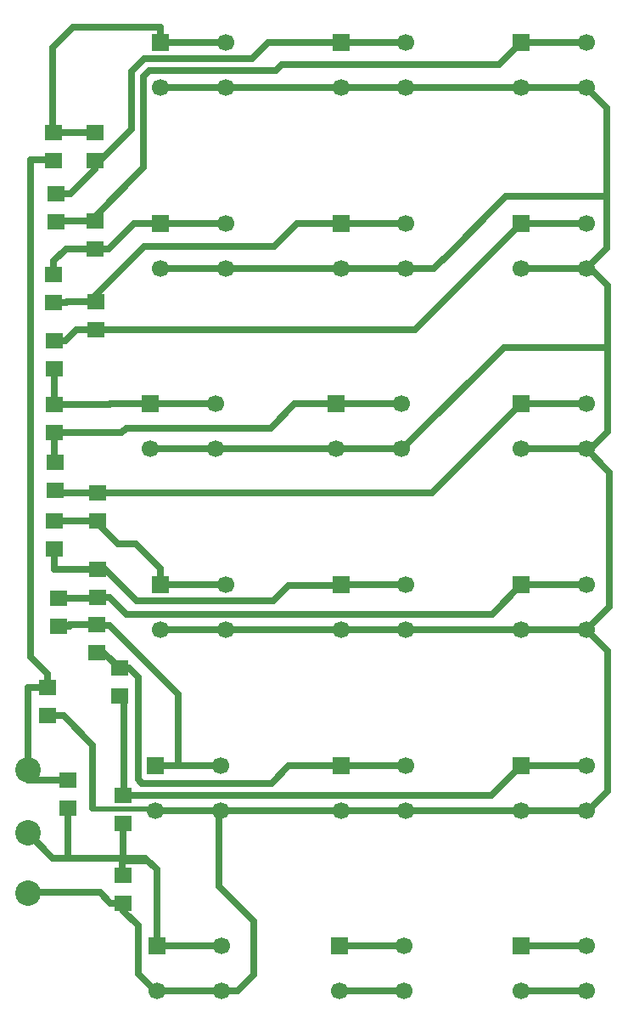
<source format=gbr>
G04 DipTrace 3.3.1.1*
G04 Top.gbr*
%MOIN*%
G04 #@! TF.FileFunction,Copper,L1,Top*
G04 #@! TF.Part,Single*
G04 #@! TA.AperFunction,Conductor*
%ADD14C,0.027559*%
%ADD15C,0.019685*%
%ADD16R,0.070866X0.062992*%
G04 #@! TA.AperFunction,ComponentPad*
%ADD17C,0.1*%
%ADD18R,0.066929X0.066929*%
%ADD19C,0.066929*%
%FSLAX26Y26*%
G04*
G70*
G90*
G75*
G01*
G04 Top*
%LPD*%
X737076Y3851568D2*
D14*
X571181D1*
Y4183386D1*
X649921Y4262126D1*
X994409D1*
Y4203071D1*
X1250315D1*
X737076Y3851568D2*
X630236D1*
X574190D1*
X584142Y3609403D2*
X639178D1*
X737076Y3707301D1*
Y3741332D1*
X1703071Y4203071D2*
X1958976D1*
X737076Y3741332D2*
Y3719360D1*
X879875Y3862159D1*
Y4088579D1*
X930451Y4139154D1*
X1354337D1*
X1418255Y4203071D1*
X1703071D1*
X584142Y3499167D2*
X604146D1*
X609231Y3504252D1*
X738504D1*
X2411732Y4203071D2*
X2667638D1*
X738504Y3504252D2*
X719436D1*
X928428Y3713244D1*
Y4070559D1*
X949715Y4091846D1*
X1446171D1*
X1471215Y4116891D1*
X2325552D1*
X2411732Y4203071D1*
X575646Y3294287D2*
Y3347056D1*
X622605Y3394016D1*
X738504D1*
X994409Y3494409D2*
X1250315D1*
X738504Y3394016D2*
X790081D1*
X890475Y3494409D1*
X994409D1*
X575646Y3184051D2*
X624440D1*
X627891Y3187503D1*
X741566D1*
X1703071Y3494409D2*
X1958976D1*
X741566Y3187503D2*
Y3214709D1*
X931353Y3404496D1*
X1440117D1*
X1530030Y3494409D1*
X1703071D1*
X1230630Y1191260D2*
X1703071D1*
X2667638Y4025906D2*
X2746904Y3946639D1*
Y3599291D1*
Y3396510D1*
X2667638Y3317244D1*
X955039Y2608583D2*
X1210945D1*
X1958976Y4025906D2*
X2411732D1*
X1958976Y1899921D2*
X2411732D1*
X1250315Y3317244D2*
X1703071D1*
X994409Y1899921D2*
X1250315D1*
X994409Y4025906D2*
X1250315D1*
X979723Y482598D2*
X1235629D1*
X2411732Y4025906D2*
X2667638D1*
X1250315Y3317244D2*
X994409D1*
X1703071D2*
X1958976D1*
X2411732D2*
X2667638D1*
X2411732Y2608583D2*
X2667638D1*
X2411732Y1899921D2*
X2667638D1*
X974724Y1191260D2*
X1230630D1*
X2411732D2*
X2667638D1*
X1958976D2*
X2283899D1*
X2411732D1*
X1703071D2*
X1958976D1*
X2667638Y2608583D2*
X2758017Y2518203D1*
Y1990301D1*
X2667638Y1899921D1*
Y3317244D2*
X2682717D1*
X2751301Y3248660D1*
Y3006556D1*
Y2678189D1*
X2676164Y2603052D1*
X2673168D1*
X2667638Y2608583D1*
X1683386D2*
X1939291D1*
X1210945D2*
X1683386D1*
X1703071Y1899921D2*
X1958976D1*
X1250315D2*
X1703071D1*
Y4025906D2*
X1958976D1*
X1250315D2*
X1703071D1*
X551920Y1563261D2*
X612354D1*
X728846Y1446769D1*
Y1199134D1*
D15*
Y1196017D1*
X974724D1*
D14*
Y1191260D1*
X1230630D2*
X1224566D1*
Y892508D1*
X1361415Y755659D1*
Y547184D1*
X1296829Y482598D1*
X1235629D1*
X846772Y827087D2*
X798416D1*
X756058Y869445D1*
X472756D1*
Y866457D1*
X846772Y827087D2*
Y797559D1*
X905827Y738504D1*
Y550341D1*
X973570Y482598D1*
X979723D1*
X2667638Y1899921D2*
X2750609Y1816950D1*
Y1266573D1*
X2681777Y1197741D1*
X2667638D1*
Y1191260D1*
X1958976Y3317244D2*
X2065747D1*
X2102909Y3354407D1*
Y3351623D1*
X2350577Y3599291D1*
X2746904D1*
X1939291Y2608583D2*
X1944651D1*
X2342625Y3006556D1*
X2751301D1*
X2656685Y3317244D2*
X2667638D1*
X577457Y3033945D2*
X622143D1*
X665466Y3077266D1*
X741566D1*
X2411732Y3494409D2*
X2667638D1*
X741566Y3077266D2*
X1994589D1*
X2411732Y3494409D1*
X1210945Y2785748D2*
X955039D1*
X577303Y2783526D2*
Y2923709D1*
X577457D1*
X955039Y2785748D2*
X796891D1*
X794669Y2783526D1*
X577303D1*
X1683386Y2785748D2*
X1750315D1*
X1939291D1*
X577303Y2673290D2*
X841913D1*
X859575Y2690951D1*
X1426974D1*
X1521770Y2785748D1*
X1683386D1*
X581651Y2555630D2*
X577303D1*
Y2673290D1*
X581651Y2445394D2*
X587583D1*
X596776Y2436201D1*
X746436D1*
X2411732Y2785748D2*
X2667638D1*
X746436Y2436201D2*
X2062185D1*
X2411732Y2785748D1*
X746436Y2325965D2*
Y2317444D1*
X826001Y2237878D1*
X897392D1*
X994409Y2140861D1*
Y2077087D1*
X1250315D1*
X746436Y2325965D2*
X732751D1*
X732020Y2326696D1*
X577930D1*
Y2216459D2*
Y2136202D1*
X747705D1*
X1703071Y2077087D2*
X1958976D1*
X747705Y2136202D2*
Y2147400D1*
X766615D1*
X901409Y2012606D1*
X1437276D1*
X1498692Y2074022D1*
X1706135D1*
X1703071Y2077087D1*
X592890Y2023760D2*
X725677D1*
X727883Y2025966D1*
X747705D1*
X2411732Y2077087D2*
X2667638D1*
X747705Y2025966D2*
X794682D1*
X859361Y1961287D1*
X2295933D1*
X2411732Y2077087D1*
X974724Y1368425D2*
X1063008D1*
Y1647848D1*
X794919Y1915937D1*
X742385D1*
Y1920886D1*
X1230630Y1368425D2*
X974724D1*
X742385Y1920886D2*
X636783D1*
Y1913524D1*
X592890D1*
X742385Y1810650D2*
X771640D1*
X833029Y1749261D1*
X835122D1*
X1703071Y1368425D2*
X1958976D1*
X835122Y1749261D2*
X870188D1*
X907151Y1712298D1*
Y1312370D1*
X921573Y1297948D1*
X1430060D1*
X1498692Y1366579D1*
X1699738D1*
Y1371759D1*
X1703071Y1368425D1*
X472756Y1102677D2*
X571181Y1004252D1*
X630236D1*
X845172D1*
X935354D1*
X979723Y959883D1*
Y659764D1*
X935354Y1004252D2*
Y994409D1*
X846772D1*
Y1140079D1*
X979723Y659764D2*
X1235629D1*
X846772Y937323D2*
X845172D1*
Y1004252D1*
X630236Y1199134D2*
Y1004252D1*
X1695728Y482598D2*
X1951634D1*
X630236Y1309370D2*
X472756D1*
Y1348740D1*
X551920Y1673497D2*
Y1728232D1*
X485657Y1794495D1*
Y3744427D1*
X564894D1*
X567988Y3741332D1*
X574190D1*
X472756Y1348740D2*
Y1673497D1*
X551920D1*
X2667638Y1368425D2*
X2411732D1*
X2293738Y1250430D1*
X856730D1*
X856614Y1250315D1*
X846772D1*
X856614D2*
X850131D1*
Y1639025D1*
X835122D1*
X1951634Y659764D2*
X1695728D1*
X2411732Y482598D2*
X2667638D1*
Y659764D2*
X2391232D1*
X2411732D1*
D16*
X630236Y1309370D3*
Y1199134D3*
D17*
X472756Y1348740D3*
Y866457D3*
Y1102677D3*
D16*
X574190Y3851568D3*
Y3741332D3*
X737076D3*
Y3851568D3*
X584142Y3499167D3*
Y3609403D3*
X738504Y3504252D3*
Y3394016D3*
X575646Y3294287D3*
Y3184051D3*
X741566Y3187503D3*
Y3077266D3*
X577457Y3033945D3*
Y2923709D3*
X577303Y2673290D3*
Y2783526D3*
X581651Y2445394D3*
Y2555630D3*
X746436Y2325965D3*
Y2436201D3*
X577930Y2326696D3*
Y2216459D3*
X747705Y2136202D3*
Y2025966D3*
X592890Y2023760D3*
Y1913524D3*
X742385Y1920886D3*
Y1810650D3*
X835122Y1749261D3*
Y1639025D3*
X846772Y1250315D3*
Y1140079D3*
X551920Y1673497D3*
Y1563261D3*
D18*
X994409Y4203071D3*
D19*
Y4025906D3*
X1250315D3*
Y4203071D3*
D18*
X1703071D3*
D19*
Y4025906D3*
X1958976D3*
Y4203071D3*
D18*
X2411732D3*
D19*
Y4025906D3*
X2667638D3*
Y4203071D3*
D18*
X994409Y3494409D3*
D19*
Y3317244D3*
X1250315D3*
Y3494409D3*
D18*
X1703071D3*
D19*
Y3317244D3*
X1958976D3*
Y3494409D3*
D18*
X2411732D3*
D19*
Y3317244D3*
X2667638D3*
Y3494409D3*
D18*
X955039Y2785748D3*
D19*
Y2608583D3*
X1210945D3*
Y2785748D3*
D18*
X1683386D3*
D19*
Y2608583D3*
X1939291D3*
Y2785748D3*
D18*
X2411732D3*
D19*
Y2608583D3*
X2667638D3*
Y2785748D3*
D18*
X994409Y2077087D3*
D19*
Y1899921D3*
X1250315D3*
Y2077087D3*
D18*
X1703071D3*
D19*
Y1899921D3*
X1958976D3*
Y2077087D3*
D18*
X2411732D3*
D19*
Y1899921D3*
X2667638D3*
Y2077087D3*
D18*
X1703071Y1368425D3*
D19*
Y1191260D3*
X1958976D3*
Y1368425D3*
D18*
X2411732D3*
D19*
Y1191260D3*
X2667638D3*
Y1368425D3*
D18*
X979723Y659764D3*
D19*
Y482598D3*
X1235629D3*
Y659764D3*
D18*
X1695728D3*
D19*
Y482598D3*
X1951634D3*
Y659764D3*
D18*
X2411732D3*
D19*
Y482598D3*
X2667638D3*
Y659764D3*
D18*
X974724Y1368425D3*
D19*
Y1191260D3*
X1230630D3*
Y1368425D3*
D16*
X846772Y827087D3*
Y937323D3*
M02*

</source>
